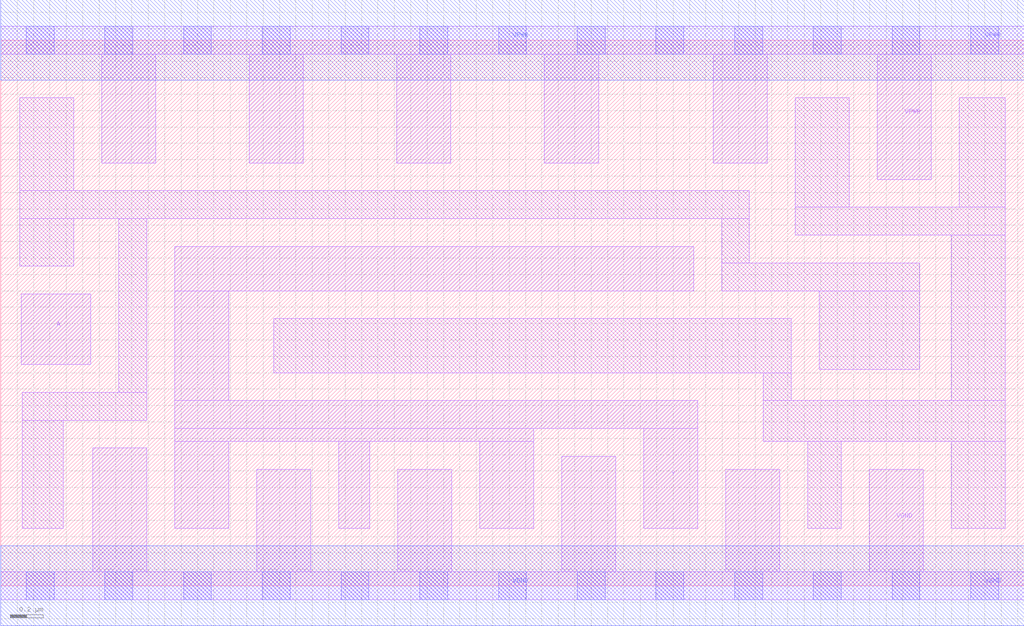
<source format=lef>
# Copyright 2020 The SkyWater PDK Authors
#
# Licensed under the Apache License, Version 2.0 (the "License");
# you may not use this file except in compliance with the License.
# You may obtain a copy of the License at
#
#     https://www.apache.org/licenses/LICENSE-2.0
#
# Unless required by applicable law or agreed to in writing, software
# distributed under the License is distributed on an "AS IS" BASIS,
# WITHOUT WARRANTIES OR CONDITIONS OF ANY KIND, either express or implied.
# See the License for the specific language governing permissions and
# limitations under the License.
#
# SPDX-License-Identifier: Apache-2.0

VERSION 5.7 ;
  NAMESCASESENSITIVE ON ;
  NOWIREEXTENSIONATPIN ON ;
  DIVIDERCHAR "/" ;
  BUSBITCHARS "[]" ;
UNITS
  DATABASE MICRONS 200 ;
END UNITS
MACRO sky130_fd_sc_ls__bufinv_8
  CLASS CORE ;
  SOURCE USER ;
  FOREIGN sky130_fd_sc_ls__bufinv_8 ;
  ORIGIN  0.000000  0.000000 ;
  SIZE  6.240000 BY  3.330000 ;
  SYMMETRY X Y ;
  SITE unit ;
  PIN A
    ANTENNAGATEAREA  0.279000 ;
    DIRECTION INPUT ;
    USE SIGNAL ;
    PORT
      LAYER li1 ;
        RECT 0.125000 1.350000 0.550000 1.780000 ;
    END
  END A
  PIN Y
    ANTENNADIFFAREA  2.385000 ;
    DIRECTION OUTPUT ;
    USE SIGNAL ;
    PORT
      LAYER li1 ;
        RECT 1.060000 0.350000 1.390000 0.880000 ;
        RECT 1.060000 0.880000 3.250000 0.960000 ;
        RECT 1.060000 0.960000 4.250000 1.130000 ;
        RECT 1.060000 1.130000 1.390000 1.800000 ;
        RECT 1.060000 1.800000 4.225000 2.070000 ;
        RECT 2.060000 0.350000 2.250000 0.880000 ;
        RECT 2.920000 0.350000 3.250000 0.880000 ;
        RECT 3.920000 0.350000 4.250000 0.960000 ;
    END
  END Y
  PIN VGND
    DIRECTION INOUT ;
    SHAPE ABUTMENT ;
    USE GROUND ;
    PORT
      LAYER li1 ;
        RECT 0.000000 -0.085000 6.240000 0.085000 ;
        RECT 0.560000  0.085000 0.890000 0.840000 ;
        RECT 1.560000  0.085000 1.890000 0.710000 ;
        RECT 2.420000  0.085000 2.750000 0.710000 ;
        RECT 3.420000  0.085000 3.750000 0.790000 ;
        RECT 4.420000  0.085000 4.750000 0.710000 ;
        RECT 5.295000  0.085000 5.625000 0.710000 ;
      LAYER mcon ;
        RECT 0.155000 -0.085000 0.325000 0.085000 ;
        RECT 0.635000 -0.085000 0.805000 0.085000 ;
        RECT 1.115000 -0.085000 1.285000 0.085000 ;
        RECT 1.595000 -0.085000 1.765000 0.085000 ;
        RECT 2.075000 -0.085000 2.245000 0.085000 ;
        RECT 2.555000 -0.085000 2.725000 0.085000 ;
        RECT 3.035000 -0.085000 3.205000 0.085000 ;
        RECT 3.515000 -0.085000 3.685000 0.085000 ;
        RECT 3.995000 -0.085000 4.165000 0.085000 ;
        RECT 4.475000 -0.085000 4.645000 0.085000 ;
        RECT 4.955000 -0.085000 5.125000 0.085000 ;
        RECT 5.435000 -0.085000 5.605000 0.085000 ;
        RECT 5.915000 -0.085000 6.085000 0.085000 ;
      LAYER met1 ;
        RECT 0.000000 -0.245000 6.240000 0.245000 ;
    END
  END VGND
  PIN VPWR
    DIRECTION INOUT ;
    SHAPE ABUTMENT ;
    USE POWER ;
    PORT
      LAYER li1 ;
        RECT 0.000000 3.245000 6.240000 3.415000 ;
        RECT 0.615000 2.580000 0.945000 3.245000 ;
        RECT 1.515000 2.580000 1.845000 3.245000 ;
        RECT 2.415000 2.580000 2.745000 3.245000 ;
        RECT 3.315000 2.580000 3.645000 3.245000 ;
        RECT 4.345000 2.580000 4.675000 3.245000 ;
        RECT 5.345000 2.480000 5.675000 3.245000 ;
      LAYER mcon ;
        RECT 0.155000 3.245000 0.325000 3.415000 ;
        RECT 0.635000 3.245000 0.805000 3.415000 ;
        RECT 1.115000 3.245000 1.285000 3.415000 ;
        RECT 1.595000 3.245000 1.765000 3.415000 ;
        RECT 2.075000 3.245000 2.245000 3.415000 ;
        RECT 2.555000 3.245000 2.725000 3.415000 ;
        RECT 3.035000 3.245000 3.205000 3.415000 ;
        RECT 3.515000 3.245000 3.685000 3.415000 ;
        RECT 3.995000 3.245000 4.165000 3.415000 ;
        RECT 4.475000 3.245000 4.645000 3.415000 ;
        RECT 4.955000 3.245000 5.125000 3.415000 ;
        RECT 5.435000 3.245000 5.605000 3.415000 ;
        RECT 5.915000 3.245000 6.085000 3.415000 ;
      LAYER met1 ;
        RECT 0.000000 3.085000 6.240000 3.575000 ;
    END
  END VPWR
  OBS
    LAYER li1 ;
      RECT 0.115000 1.950000 0.445000 2.240000 ;
      RECT 0.115000 2.240000 4.565000 2.410000 ;
      RECT 0.115000 2.410000 0.445000 2.980000 ;
      RECT 0.130000 0.350000 0.380000 1.010000 ;
      RECT 0.130000 1.010000 0.890000 1.180000 ;
      RECT 0.720000 1.180000 0.890000 2.240000 ;
      RECT 1.665000 1.300000 4.820000 1.630000 ;
      RECT 4.395000 1.800000 5.605000 1.970000 ;
      RECT 4.395000 1.970000 4.565000 2.240000 ;
      RECT 4.650000 0.880000 6.125000 1.130000 ;
      RECT 4.650000 1.130000 4.820000 1.300000 ;
      RECT 4.845000 2.140000 6.125000 2.310000 ;
      RECT 4.845000 2.310000 5.175000 2.980000 ;
      RECT 4.920000 0.350000 5.125000 0.880000 ;
      RECT 4.990000 1.320000 5.605000 1.800000 ;
      RECT 5.795000 0.350000 6.125000 0.880000 ;
      RECT 5.795000 1.130000 6.125000 2.140000 ;
      RECT 5.845000 2.310000 6.125000 2.980000 ;
  END
END sky130_fd_sc_ls__bufinv_8

</source>
